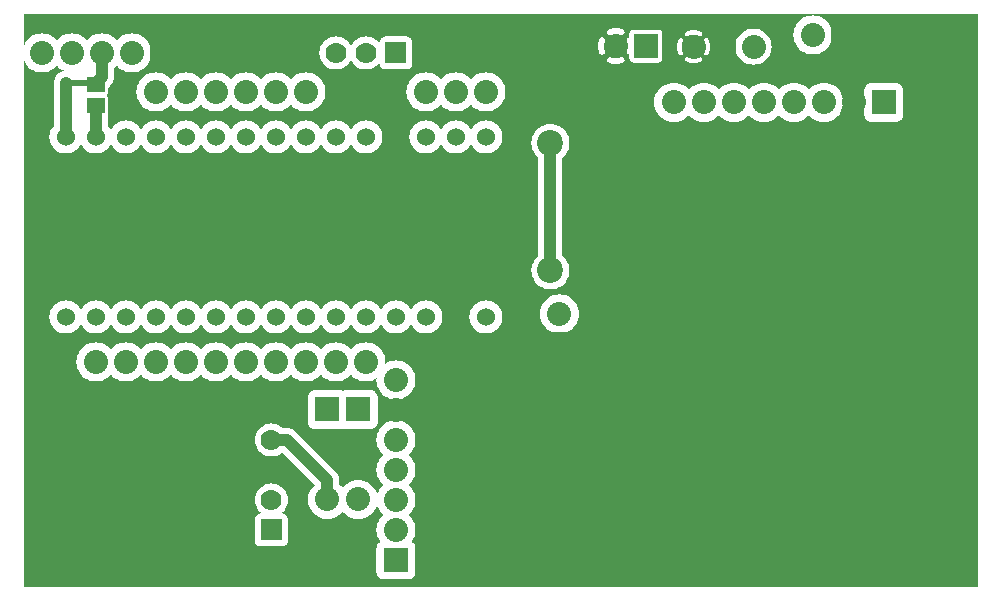
<source format=gbl>
G04 start of page 2 for group 8 layer_idx 1 *
G04 Title: (unknown), bottom_copper *
G04 Creator: pcb-rnd 3.1.0-dev *
G04 CreationDate: 2023-02-07 00:46:00 UTC *
G04 For: esh *
G04 Format: Gerber/RS-274X *
G04 PCB-Dimensions: 322000 195000 *
G04 PCB-Coordinate-Origin: lower left *
%MOIN*%
%FSLAX25Y25*%
%LNBOTTOM_COPPER_NONE_8*%
%ADD38C,0.0394*%
%ADD37C,0.1260*%
%ADD36C,0.0886*%
%ADD35C,0.1220*%
%ADD34C,0.0393*%
%ADD33C,0.0827*%
%ADD32C,0.0394*%
%ADD31C,0.0866*%
%ADD30C,0.1575*%
%ADD29C,0.0600*%
%ADD28C,0.0700*%
%ADD27C,0.0800*%
%ADD26C,0.0200*%
%ADD25C,0.0400*%
%ADD24C,0.0001*%
G54D24*G36*
X320079Y193031D02*Y2087D01*
X288567D01*
Y157043D01*
X292469D01*
X292567Y157036D01*
X292959Y157066D01*
X292959Y157066D01*
X293342Y157158D01*
X293705Y157309D01*
X294041Y157515D01*
X294340Y157770D01*
X294596Y158069D01*
X294801Y158405D01*
X294952Y158768D01*
X295044Y159151D01*
X295075Y159543D01*
X295067Y159641D01*
Y167445D01*
X295075Y167543D01*
X295044Y167935D01*
X295044Y167936D01*
X294952Y168318D01*
X294801Y168682D01*
X294596Y169017D01*
X294340Y169317D01*
X294041Y169572D01*
X293705Y169778D01*
X293342Y169928D01*
X292959Y170020D01*
X292567Y170051D01*
X292469Y170043D01*
X288567D01*
Y193031D01*
X320079D01*
G37*
G36*
X288567D02*Y170043D01*
X284665D01*
X284567Y170051D01*
X284175Y170020D01*
X284175Y170020D01*
X283792Y169928D01*
X283428Y169778D01*
X283093Y169572D01*
X282794Y169317D01*
X282538Y169017D01*
X282333Y168682D01*
X282182Y168318D01*
X282090Y167936D01*
X282059Y167543D01*
X282067Y167445D01*
Y159641D01*
X282059Y159543D01*
X282090Y159151D01*
X282090Y159151D01*
X282182Y158768D01*
X282333Y158405D01*
X282538Y158069D01*
X282794Y157770D01*
X283093Y157515D01*
X283428Y157309D01*
X283792Y157158D01*
X284175Y157066D01*
X284567Y157036D01*
X284665Y157043D01*
X288567D01*
Y2087D01*
X264990D01*
Y158112D01*
X265607Y157734D01*
X266552Y157342D01*
X267547Y157104D01*
X268567Y157023D01*
X269587Y157104D01*
X270582Y157342D01*
X271527Y157734D01*
X272399Y158268D01*
X273177Y158933D01*
X273842Y159711D01*
X274376Y160583D01*
X274768Y161528D01*
X275007Y162523D01*
X275067Y163543D01*
X275007Y164563D01*
X274768Y165558D01*
X274376Y166503D01*
X273842Y167376D01*
X273177Y168154D01*
X272399Y168818D01*
X271527Y169353D01*
X270582Y169744D01*
X269587Y169983D01*
X268567Y170063D01*
X267547Y169983D01*
X266552Y169744D01*
X265607Y169353D01*
X264990Y168975D01*
Y179481D01*
X265000Y179480D01*
X266020Y179560D01*
X267015Y179799D01*
X267960Y180191D01*
X268832Y180725D01*
X269610Y181390D01*
X270275Y182168D01*
X270809Y183040D01*
X271201Y183985D01*
X271440Y184980D01*
X271500Y186000D01*
X271440Y187020D01*
X271201Y188015D01*
X270809Y188960D01*
X270275Y189832D01*
X269610Y190610D01*
X268832Y191275D01*
X267960Y191809D01*
X267015Y192201D01*
X266020Y192440D01*
X265000Y192520D01*
X264990Y192519D01*
Y193031D01*
X288567D01*
G37*
G36*
X245191Y2087D02*Y157989D01*
X245607Y157734D01*
X246552Y157342D01*
X247547Y157104D01*
X248567Y157023D01*
X249587Y157104D01*
X250582Y157342D01*
X251527Y157734D01*
X252399Y158268D01*
X253177Y158933D01*
X253567Y159389D01*
X253957Y158933D01*
X254735Y158268D01*
X255607Y157734D01*
X256552Y157342D01*
X257547Y157104D01*
X258567Y157023D01*
X259587Y157104D01*
X260582Y157342D01*
X261527Y157734D01*
X262399Y158268D01*
X263177Y158933D01*
X263567Y159389D01*
X263957Y158933D01*
X264735Y158268D01*
X264990Y158112D01*
Y2087D01*
X245191D01*
G37*
G36*
X264990Y193031D02*Y192519D01*
X263980Y192440D01*
X262985Y192201D01*
X262040Y191809D01*
X261168Y191275D01*
X260390Y190610D01*
X259725Y189832D01*
X259191Y188960D01*
X258799Y188015D01*
X258560Y187020D01*
X258480Y186000D01*
X258560Y184980D01*
X258799Y183985D01*
X259191Y183040D01*
X259725Y182168D01*
X260390Y181390D01*
X261168Y180725D01*
X262040Y180191D01*
X262985Y179799D01*
X263980Y179560D01*
X264990Y179481D01*
Y168975D01*
X264735Y168818D01*
X263957Y168154D01*
X263567Y167697D01*
X263177Y168154D01*
X262399Y168818D01*
X261527Y169353D01*
X260582Y169744D01*
X259587Y169983D01*
X258567Y170063D01*
X257547Y169983D01*
X256552Y169744D01*
X255607Y169353D01*
X254735Y168818D01*
X253957Y168154D01*
X253567Y167697D01*
X253177Y168154D01*
X252399Y168818D01*
X251527Y169353D01*
X250582Y169744D01*
X249587Y169983D01*
X248567Y170063D01*
X247547Y169983D01*
X246552Y169744D01*
X245607Y169353D01*
X245191Y169098D01*
Y176082D01*
X245200Y176081D01*
X246142Y176156D01*
X247060Y176376D01*
X247932Y176737D01*
X248738Y177231D01*
X249456Y177844D01*
X250069Y178562D01*
X250563Y179368D01*
X250924Y180240D01*
X251144Y181158D01*
X251200Y182100D01*
X251144Y183042D01*
X250924Y183960D01*
X250563Y184832D01*
X250069Y185638D01*
X249456Y186356D01*
X248738Y186969D01*
X247932Y187463D01*
X247060Y187824D01*
X246142Y188044D01*
X245200Y188119D01*
X245191Y188118D01*
Y193031D01*
X264990D01*
G37*
G36*
X229693Y2087D02*Y157129D01*
X230582Y157342D01*
X231527Y157734D01*
X232399Y158268D01*
X233177Y158933D01*
X233567Y159389D01*
X233957Y158933D01*
X234735Y158268D01*
X235607Y157734D01*
X236552Y157342D01*
X237547Y157104D01*
X238567Y157023D01*
X239587Y157104D01*
X240582Y157342D01*
X241527Y157734D01*
X242399Y158268D01*
X243177Y158933D01*
X243567Y159389D01*
X243957Y158933D01*
X244735Y158268D01*
X245191Y157989D01*
Y2087D01*
X229693D01*
G37*
G36*
X245191Y193031D02*Y188118D01*
X244258Y188044D01*
X243340Y187824D01*
X242468Y187463D01*
X241662Y186969D01*
X240944Y186356D01*
X240331Y185638D01*
X239837Y184832D01*
X239476Y183960D01*
X239256Y183042D01*
X239181Y182100D01*
X239256Y181158D01*
X239476Y180240D01*
X239837Y179368D01*
X240331Y178562D01*
X240944Y177844D01*
X241662Y177231D01*
X242468Y176737D01*
X243340Y176376D01*
X244258Y176156D01*
X245191Y176082D01*
Y169098D01*
X244735Y168818D01*
X243957Y168154D01*
X243567Y167697D01*
X243177Y168154D01*
X242399Y168818D01*
X241527Y169353D01*
X240582Y169744D01*
X239587Y169983D01*
X238567Y170063D01*
X237547Y169983D01*
X236552Y169744D01*
X235607Y169353D01*
X234735Y168818D01*
X233957Y168154D01*
X233567Y167697D01*
X233177Y168154D01*
X232399Y168818D01*
X231527Y169353D01*
X230582Y169744D01*
X229693Y169958D01*
Y179245D01*
X229778Y179281D01*
X229879Y179343D01*
X229969Y179419D01*
X230045Y179509D01*
X230105Y179611D01*
X230322Y180080D01*
X230489Y180569D01*
X230609Y181072D01*
X230682Y181584D01*
X230706Y182100D01*
X230682Y182616D01*
X230609Y183128D01*
X230489Y183631D01*
X230322Y184120D01*
X230110Y184592D01*
X230049Y184693D01*
X229972Y184784D01*
X229882Y184861D01*
X229780Y184923D01*
X229693Y184960D01*
Y193031D01*
X245191D01*
G37*
G36*
X225202Y2087D02*Y157982D01*
X225607Y157734D01*
X226552Y157342D01*
X227547Y157104D01*
X228567Y157023D01*
X229587Y157104D01*
X229693Y157129D01*
Y2087D01*
X225202D01*
G37*
G36*
X229693Y193031D02*Y184960D01*
X229671Y184969D01*
X229555Y184997D01*
X229437Y185006D01*
X229319Y184997D01*
X229203Y184970D01*
X229093Y184924D01*
X228992Y184862D01*
X228902Y184786D01*
X228824Y184695D01*
X228762Y184594D01*
X228716Y184485D01*
X228689Y184369D01*
X228679Y184251D01*
X228688Y184132D01*
X228716Y184017D01*
X228763Y183908D01*
X228921Y183568D01*
X229042Y183212D01*
X229130Y182847D01*
X229182Y182475D01*
X229200Y182100D01*
X229182Y181725D01*
X229130Y181353D01*
X229042Y180988D01*
X228921Y180632D01*
X228767Y180290D01*
X228720Y180182D01*
X228693Y180067D01*
X228683Y179949D01*
X228693Y179832D01*
X228721Y179717D01*
X228766Y179608D01*
X228828Y179507D01*
X228905Y179418D01*
X228995Y179341D01*
X229095Y179280D01*
X229204Y179235D01*
X229319Y179207D01*
X229437Y179198D01*
X229555Y179208D01*
X229669Y179235D01*
X229693Y179245D01*
Y169958D01*
X229587Y169983D01*
X228567Y170063D01*
X227547Y169983D01*
X226552Y169744D01*
X225607Y169353D01*
X225202Y169105D01*
Y176594D01*
X225716Y176618D01*
X226228Y176691D01*
X226731Y176811D01*
X227220Y176978D01*
X227692Y177190D01*
X227793Y177251D01*
X227884Y177328D01*
X227961Y177418D01*
X228023Y177520D01*
X228069Y177629D01*
X228097Y177745D01*
X228106Y177863D01*
X228097Y177981D01*
X228070Y178097D01*
X228024Y178207D01*
X227962Y178308D01*
X227886Y178398D01*
X227795Y178476D01*
X227694Y178538D01*
X227585Y178584D01*
X227469Y178611D01*
X227351Y178621D01*
X227232Y178612D01*
X227117Y178584D01*
X227008Y178537D01*
X226668Y178379D01*
X226312Y178258D01*
X225947Y178170D01*
X225575Y178118D01*
X225202Y178100D01*
Y186100D01*
X225575Y186082D01*
X225947Y186030D01*
X226312Y185942D01*
X226668Y185821D01*
X227010Y185667D01*
X227118Y185620D01*
X227233Y185593D01*
X227351Y185583D01*
X227468Y185593D01*
X227583Y185621D01*
X227692Y185666D01*
X227793Y185728D01*
X227882Y185805D01*
X227959Y185895D01*
X228020Y185995D01*
X228065Y186104D01*
X228093Y186219D01*
X228102Y186337D01*
X228092Y186455D01*
X228065Y186569D01*
X228019Y186678D01*
X227957Y186779D01*
X227881Y186869D01*
X227791Y186945D01*
X227689Y187005D01*
X227220Y187222D01*
X226731Y187389D01*
X226228Y187509D01*
X225716Y187582D01*
X225202Y187606D01*
Y193031D01*
X229693D01*
G37*
G36*
X221527Y157734D02*X222399Y158268D01*
X223177Y158933D01*
X223567Y159389D01*
X223957Y158933D01*
X224735Y158268D01*
X225202Y157982D01*
Y2087D01*
X220707D01*
Y157394D01*
X221527Y157734D01*
G37*
G36*
X225202Y193031D02*Y187606D01*
X225200Y187606D01*
X224684Y187582D01*
X224172Y187509D01*
X223669Y187389D01*
X223180Y187222D01*
X222708Y187010D01*
X222607Y186949D01*
X222516Y186872D01*
X222439Y186782D01*
X222377Y186680D01*
X222331Y186571D01*
X222303Y186455D01*
X222294Y186337D01*
X222303Y186219D01*
X222330Y186103D01*
X222376Y185993D01*
X222438Y185892D01*
X222514Y185802D01*
X222605Y185724D01*
X222706Y185662D01*
X222815Y185616D01*
X222931Y185589D01*
X223049Y185579D01*
X223168Y185588D01*
X223283Y185616D01*
X223392Y185663D01*
X223732Y185821D01*
X224088Y185942D01*
X224453Y186030D01*
X224825Y186082D01*
X225200Y186100D01*
X225202Y186100D01*
Y178100D01*
X225200Y178100D01*
X224825Y178118D01*
X224453Y178170D01*
X224088Y178258D01*
X223732Y178379D01*
X223390Y178533D01*
X223282Y178580D01*
X223167Y178607D01*
X223049Y178617D01*
X222932Y178607D01*
X222817Y178579D01*
X222708Y178534D01*
X222607Y178472D01*
X222518Y178395D01*
X222441Y178305D01*
X222380Y178205D01*
X222335Y178096D01*
X222307Y177981D01*
X222298Y177863D01*
X222308Y177745D01*
X222335Y177631D01*
X222381Y177522D01*
X222443Y177421D01*
X222519Y177331D01*
X222609Y177255D01*
X222711Y177195D01*
X223180Y176978D01*
X223669Y176811D01*
X224172Y176691D01*
X224684Y176618D01*
X225200Y176594D01*
X225202Y176594D01*
Y169105D01*
X224735Y168818D01*
X223957Y168154D01*
X223567Y167697D01*
X223177Y168154D01*
X222399Y168818D01*
X221527Y169353D01*
X220707Y169692D01*
Y179240D01*
X220729Y179231D01*
X220845Y179203D01*
X220963Y179194D01*
X221081Y179203D01*
X221197Y179230D01*
X221307Y179276D01*
X221408Y179338D01*
X221498Y179414D01*
X221576Y179505D01*
X221638Y179606D01*
X221684Y179715D01*
X221711Y179831D01*
X221721Y179949D01*
X221712Y180068D01*
X221684Y180183D01*
X221637Y180292D01*
X221479Y180632D01*
X221358Y180988D01*
X221270Y181353D01*
X221218Y181725D01*
X221200Y182100D01*
X221218Y182475D01*
X221270Y182847D01*
X221358Y183212D01*
X221479Y183568D01*
X221633Y183910D01*
X221680Y184018D01*
X221707Y184133D01*
X221717Y184251D01*
X221707Y184368D01*
X221679Y184483D01*
X221634Y184592D01*
X221572Y184693D01*
X221495Y184782D01*
X221405Y184859D01*
X221305Y184920D01*
X221196Y184965D01*
X221081Y184993D01*
X220963Y185002D01*
X220845Y184992D01*
X220731Y184965D01*
X220707Y184955D01*
Y193031D01*
X225202D01*
G37*
G36*
X220707D02*Y184955D01*
X220622Y184919D01*
X220521Y184857D01*
X220431Y184781D01*
X220355Y184691D01*
X220295Y184589D01*
X220078Y184120D01*
X219911Y183631D01*
X219791Y183128D01*
X219718Y182616D01*
X219694Y182100D01*
X219718Y181584D01*
X219791Y181072D01*
X219911Y180569D01*
X220078Y180080D01*
X220290Y179608D01*
X220351Y179507D01*
X220428Y179416D01*
X220518Y179339D01*
X220620Y179277D01*
X220707Y179240D01*
Y169692D01*
X220582Y169744D01*
X219587Y169983D01*
X218567Y170063D01*
X217547Y169983D01*
X216552Y169744D01*
X215607Y169353D01*
X214735Y168818D01*
X213957Y168154D01*
X213292Y167376D01*
X212758Y166503D01*
X212366Y165558D01*
X212127Y164563D01*
X212047Y163543D01*
X212127Y162523D01*
X212366Y161528D01*
X212758Y160583D01*
X213292Y159711D01*
X213957Y158933D01*
X214735Y158268D01*
X215607Y157734D01*
X216552Y157342D01*
X217547Y157104D01*
X218567Y157023D01*
X219587Y157104D01*
X220582Y157342D01*
X220707Y157394D01*
Y2087D01*
X208866D01*
Y176800D01*
X213241D01*
X213300Y176795D01*
X213535Y176814D01*
X213535Y176814D01*
X213765Y176869D01*
X213983Y176959D01*
X214184Y177083D01*
X214364Y177236D01*
X214517Y177416D01*
X214641Y177617D01*
X214731Y177835D01*
X214786Y178065D01*
X214805Y178300D01*
X214800Y178359D01*
Y186241D01*
X214805Y186300D01*
X214786Y186535D01*
X214786Y186535D01*
X214731Y186765D01*
X214641Y186983D01*
X214517Y187184D01*
X214364Y187364D01*
X214184Y187517D01*
X213983Y187641D01*
X213765Y187731D01*
X213535Y187786D01*
X213300Y187805D01*
X213241Y187800D01*
X208866D01*
Y193031D01*
X220707D01*
G37*
G36*
X208866D02*Y187800D01*
X205359D01*
X205300Y187805D01*
X205065Y187786D01*
X205065Y187786D01*
X204835Y187731D01*
X204617Y187641D01*
X204416Y187517D01*
X204236Y187364D01*
X204083Y187184D01*
X203959Y186983D01*
X203869Y186765D01*
X203814Y186535D01*
X203795Y186300D01*
X203800Y186241D01*
Y185176D01*
X203705Y185161D01*
X203554Y185113D01*
X203413Y185043D01*
X203284Y184951D01*
X203172Y184840D01*
X203078Y184712D01*
X203005Y184572D01*
X202955Y184422D01*
X202929Y184266D01*
X202928Y184108D01*
X202952Y183952D01*
X203002Y183802D01*
X203134Y183440D01*
X203226Y183066D01*
X203281Y182685D01*
X203300Y182300D01*
X203281Y181915D01*
X203226Y181534D01*
X203134Y181160D01*
X203007Y180796D01*
X202956Y180647D01*
X202933Y180492D01*
X202934Y180334D01*
X202960Y180179D01*
X203009Y180030D01*
X203082Y179890D01*
X203175Y179763D01*
X203287Y179653D01*
X203415Y179561D01*
X203556Y179491D01*
X203706Y179443D01*
X203800Y179429D01*
Y178359D01*
X203795Y178300D01*
X203814Y178065D01*
X203814Y178065D01*
X203869Y177835D01*
X203959Y177617D01*
X204083Y177416D01*
X204236Y177236D01*
X204416Y177083D01*
X204617Y176959D01*
X204835Y176869D01*
X205065Y176814D01*
X205300Y176795D01*
X205359Y176800D01*
X208866D01*
Y2087D01*
X199302D01*
Y176293D01*
X199878Y176321D01*
X200450Y176404D01*
X201012Y176542D01*
X201558Y176734D01*
X201700Y176804D01*
X201829Y176896D01*
X201941Y177007D01*
X202035Y177134D01*
X202108Y177274D01*
X202158Y177424D01*
X202184Y177580D01*
X202185Y177738D01*
X202161Y177895D01*
X202113Y178046D01*
X202043Y178187D01*
X201951Y178316D01*
X201840Y178428D01*
X201712Y178522D01*
X201572Y178595D01*
X201422Y178645D01*
X201266Y178671D01*
X201108Y178672D01*
X200952Y178648D01*
X200802Y178598D01*
X200440Y178466D01*
X200066Y178374D01*
X199685Y178319D01*
X199302Y178300D01*
Y186300D01*
X199685Y186281D01*
X200066Y186226D01*
X200440Y186134D01*
X200804Y186007D01*
X200953Y185956D01*
X201108Y185933D01*
X201266Y185934D01*
X201421Y185960D01*
X201570Y186009D01*
X201710Y186082D01*
X201837Y186175D01*
X201947Y186287D01*
X202039Y186415D01*
X202109Y186556D01*
X202157Y186706D01*
X202180Y186862D01*
X202179Y187019D01*
X202153Y187175D01*
X202104Y187324D01*
X202031Y187464D01*
X201938Y187590D01*
X201825Y187701D01*
X201697Y187792D01*
X201556Y187860D01*
X201012Y188058D01*
X200450Y188196D01*
X199878Y188279D01*
X199302Y188307D01*
Y193031D01*
X208866D01*
G37*
G36*
X199302D02*Y188307D01*
X199300Y188307D01*
X198722Y188279D01*
X198150Y188196D01*
X197588Y188058D01*
X197042Y187866D01*
X196900Y187796D01*
X196771Y187704D01*
X196659Y187593D01*
X196565Y187466D01*
X196492Y187326D01*
X196442Y187176D01*
X196416Y187020D01*
X196415Y186862D01*
X196439Y186705D01*
X196487Y186554D01*
X196557Y186413D01*
X196649Y186284D01*
X196760Y186172D01*
X196888Y186078D01*
X197028Y186005D01*
X197178Y185955D01*
X197334Y185929D01*
X197492Y185928D01*
X197648Y185952D01*
X197798Y186002D01*
X198160Y186134D01*
X198534Y186226D01*
X198915Y186281D01*
X199300Y186300D01*
X199302Y186300D01*
Y178300D01*
X199300Y178300D01*
X198915Y178319D01*
X198534Y178374D01*
X198160Y178466D01*
X197796Y178593D01*
X197647Y178644D01*
X197492Y178667D01*
X197334Y178666D01*
X197179Y178640D01*
X197030Y178591D01*
X196890Y178518D01*
X196763Y178425D01*
X196653Y178313D01*
X196561Y178185D01*
X196491Y178044D01*
X196443Y177894D01*
X196420Y177738D01*
X196421Y177581D01*
X196447Y177425D01*
X196496Y177276D01*
X196569Y177136D01*
X196662Y177010D01*
X196774Y176899D01*
X196903Y176808D01*
X197044Y176740D01*
X197588Y176542D01*
X198150Y176404D01*
X198722Y176321D01*
X199300Y176293D01*
X199302Y176293D01*
Y2087D01*
X194482D01*
Y179433D01*
X194580Y179416D01*
X194738Y179415D01*
X194895Y179439D01*
X195046Y179487D01*
X195187Y179557D01*
X195316Y179649D01*
X195428Y179760D01*
X195522Y179888D01*
X195595Y180028D01*
X195645Y180178D01*
X195671Y180334D01*
X195672Y180492D01*
X195648Y180648D01*
X195598Y180798D01*
X195466Y181160D01*
X195374Y181534D01*
X195319Y181915D01*
X195300Y182300D01*
X195319Y182685D01*
X195374Y183066D01*
X195466Y183440D01*
X195593Y183804D01*
X195644Y183953D01*
X195667Y184108D01*
X195666Y184266D01*
X195640Y184421D01*
X195591Y184570D01*
X195518Y184710D01*
X195425Y184837D01*
X195313Y184947D01*
X195185Y185039D01*
X195044Y185109D01*
X194894Y185157D01*
X194738Y185180D01*
X194581Y185179D01*
X194482Y185163D01*
Y193031D01*
X199302D01*
G37*
G36*
X194482D02*Y185163D01*
X194425Y185153D01*
X194276Y185104D01*
X194136Y185031D01*
X194010Y184938D01*
X193899Y184826D01*
X193808Y184697D01*
X193740Y184556D01*
X193542Y184012D01*
X193404Y183450D01*
X193321Y182878D01*
X193293Y182300D01*
X193321Y181722D01*
X193404Y181150D01*
X193542Y180588D01*
X193734Y180042D01*
X193804Y179900D01*
X193896Y179771D01*
X194007Y179659D01*
X194134Y179565D01*
X194274Y179492D01*
X194424Y179442D01*
X194482Y179433D01*
Y2087D01*
X180490D01*
Y86481D01*
X180500Y86480D01*
X181520Y86560D01*
X182515Y86799D01*
X183460Y87191D01*
X184332Y87725D01*
X185110Y88390D01*
X185775Y89168D01*
X186309Y90040D01*
X186701Y90985D01*
X186940Y91980D01*
X187000Y93000D01*
X186940Y94020D01*
X186701Y95015D01*
X186309Y95960D01*
X185775Y96832D01*
X185110Y97610D01*
X184332Y98275D01*
X183460Y98809D01*
X182515Y99201D01*
X181520Y99440D01*
X180500Y99520D01*
X180490Y99519D01*
Y101907D01*
X181233Y102363D01*
X181990Y103010D01*
X182637Y103767D01*
X183158Y104617D01*
X183539Y105538D01*
X183772Y106507D01*
X183831Y107500D01*
X183772Y108493D01*
X183539Y109462D01*
X183158Y110383D01*
X182637Y111233D01*
X181990Y111990D01*
X181500Y112409D01*
Y145091D01*
X181990Y145510D01*
X182637Y146267D01*
X183158Y147117D01*
X183539Y148038D01*
X183772Y149007D01*
X183831Y150000D01*
X183772Y150993D01*
X183539Y151962D01*
X183158Y152883D01*
X182637Y153733D01*
X181990Y154490D01*
X181233Y155137D01*
X180490Y155593D01*
Y193031D01*
X194482D01*
G37*
G36*
X180490D02*Y155593D01*
X180383Y155658D01*
X179462Y156039D01*
X178493Y156272D01*
X177500Y156350D01*
X176507Y156272D01*
X175538Y156039D01*
X174617Y155658D01*
X173767Y155137D01*
X173010Y154490D01*
X172363Y153733D01*
X171842Y152883D01*
X171461Y151962D01*
X171228Y150993D01*
X171150Y150000D01*
X171228Y149007D01*
X171461Y148038D01*
X171842Y147117D01*
X172363Y146267D01*
X173010Y145510D01*
X173500Y145091D01*
Y112409D01*
X173010Y111990D01*
X172363Y111233D01*
X171842Y110383D01*
X171461Y109462D01*
X171228Y108493D01*
X171150Y107500D01*
X171228Y106507D01*
X171461Y105538D01*
X171842Y104617D01*
X172363Y103767D01*
X173010Y103010D01*
X173767Y102363D01*
X174617Y101842D01*
X175538Y101461D01*
X176507Y101228D01*
X177500Y101150D01*
X178493Y101228D01*
X179462Y101461D01*
X180383Y101842D01*
X180490Y101907D01*
Y99519D01*
X179480Y99440D01*
X178485Y99201D01*
X177540Y98809D01*
X176668Y98275D01*
X175890Y97610D01*
X175225Y96832D01*
X174691Y95960D01*
X174299Y95015D01*
X174060Y94020D01*
X173980Y93000D01*
X174060Y91980D01*
X174299Y90985D01*
X174691Y90040D01*
X175225Y89168D01*
X175890Y88390D01*
X176668Y87725D01*
X177540Y87191D01*
X178485Y86799D01*
X179480Y86560D01*
X180490Y86481D01*
Y2087D01*
X155992D01*
Y86484D01*
X156000Y86483D01*
X156863Y86551D01*
X157705Y86753D01*
X158505Y87084D01*
X159243Y87537D01*
X159901Y88099D01*
X160463Y88757D01*
X160916Y89495D01*
X161247Y90295D01*
X161449Y91137D01*
X161500Y92000D01*
X161449Y92863D01*
X161247Y93705D01*
X160916Y94505D01*
X160463Y95243D01*
X159901Y95901D01*
X159243Y96463D01*
X158505Y96916D01*
X157705Y97247D01*
X156863Y97449D01*
X156000Y97517D01*
X155992Y97516D01*
Y146484D01*
X156000Y146483D01*
X156863Y146551D01*
X157705Y146753D01*
X158505Y147084D01*
X159243Y147537D01*
X159901Y148099D01*
X160463Y148757D01*
X160916Y149495D01*
X161247Y150295D01*
X161449Y151137D01*
X161500Y152000D01*
X161449Y152863D01*
X161247Y153705D01*
X160916Y154505D01*
X160463Y155243D01*
X159901Y155901D01*
X159243Y156463D01*
X158505Y156916D01*
X157705Y157247D01*
X156863Y157449D01*
X156000Y157517D01*
X155992Y157516D01*
Y160481D01*
X156000Y160480D01*
X157020Y160560D01*
X158015Y160799D01*
X158960Y161191D01*
X159832Y161725D01*
X160610Y162390D01*
X161275Y163168D01*
X161809Y164040D01*
X162201Y164985D01*
X162440Y165980D01*
X162500Y167000D01*
X162440Y168020D01*
X162201Y169015D01*
X161809Y169960D01*
X161275Y170832D01*
X160610Y171610D01*
X159832Y172275D01*
X158960Y172809D01*
X158015Y173201D01*
X157020Y173440D01*
X156000Y173520D01*
X155992Y173519D01*
Y193031D01*
X180490D01*
G37*
G36*
X155137Y157449D02*X154295Y157247D01*
X153495Y156916D01*
X152757Y156463D01*
X152099Y155901D01*
X151537Y155243D01*
X151084Y154505D01*
X151000Y154301D01*
X150916Y154505D01*
X150463Y155243D01*
X149901Y155901D01*
X149243Y156463D01*
X148505Y156916D01*
X147705Y157247D01*
X146863Y157449D01*
X146000Y157517D01*
X145990Y157516D01*
Y160481D01*
X146000Y160480D01*
X147020Y160560D01*
X148015Y160799D01*
X148960Y161191D01*
X149832Y161725D01*
X150610Y162390D01*
X151000Y162846D01*
X151390Y162390D01*
X152168Y161725D01*
X153040Y161191D01*
X153985Y160799D01*
X154980Y160560D01*
X155992Y160481D01*
Y157516D01*
X155137Y157449D01*
G37*
G36*
X145990Y2087D02*Y146484D01*
X146000Y146483D01*
X146863Y146551D01*
X147705Y146753D01*
X148505Y147084D01*
X149243Y147537D01*
X149901Y148099D01*
X150463Y148757D01*
X150916Y149495D01*
X151000Y149699D01*
X151084Y149495D01*
X151537Y148757D01*
X152099Y148099D01*
X152757Y147537D01*
X153495Y147084D01*
X154295Y146753D01*
X155137Y146551D01*
X155992Y146484D01*
Y97516D01*
X155137Y97449D01*
X154295Y97247D01*
X153495Y96916D01*
X152757Y96463D01*
X152099Y95901D01*
X151537Y95243D01*
X151084Y94505D01*
X150753Y93705D01*
X150551Y92863D01*
X150483Y92000D01*
X150551Y91137D01*
X150753Y90295D01*
X151084Y89495D01*
X151537Y88757D01*
X152099Y88099D01*
X152757Y87537D01*
X153495Y87084D01*
X154295Y86753D01*
X155137Y86551D01*
X155992Y86484D01*
Y2087D01*
X145990D01*
G37*
G36*
X155992Y193031D02*Y173519D01*
X154980Y173440D01*
X153985Y173201D01*
X153040Y172809D01*
X152168Y172275D01*
X151390Y171610D01*
X151000Y171154D01*
X150610Y171610D01*
X149832Y172275D01*
X148960Y172809D01*
X148015Y173201D01*
X147020Y173440D01*
X146000Y173520D01*
X145990Y173519D01*
Y193031D01*
X155992D01*
G37*
G36*
X108505Y147084D02*X109243Y147537D01*
X109901Y148099D01*
X110463Y148757D01*
X110916Y149495D01*
X111000Y149699D01*
X111084Y149495D01*
X111537Y148757D01*
X112099Y148099D01*
X112757Y147537D01*
X113495Y147084D01*
X114295Y146753D01*
X115137Y146551D01*
X116000Y146483D01*
X116863Y146551D01*
X117705Y146753D01*
X118505Y147084D01*
X119243Y147537D01*
X119901Y148099D01*
X120463Y148757D01*
X120916Y149495D01*
X121247Y150295D01*
X121449Y151137D01*
X121500Y152000D01*
X121449Y152863D01*
X121247Y153705D01*
X120916Y154505D01*
X120463Y155243D01*
X119901Y155901D01*
X119243Y156463D01*
X118505Y156916D01*
X117705Y157247D01*
X116863Y157449D01*
X116000Y157517D01*
X115137Y157449D01*
X114295Y157247D01*
X113495Y156916D01*
X112757Y156463D01*
X112099Y155901D01*
X111537Y155243D01*
X111084Y154505D01*
X111000Y154301D01*
X110916Y154505D01*
X110463Y155243D01*
X109901Y155901D01*
X109243Y156463D01*
X108505Y156916D01*
X108268Y157014D01*
Y174986D01*
X108505Y175084D01*
X109243Y175537D01*
X109901Y176099D01*
X110463Y176757D01*
X110916Y177495D01*
X111000Y177699D01*
X111084Y177495D01*
X111537Y176757D01*
X112099Y176099D01*
X112757Y175537D01*
X113495Y175084D01*
X114295Y174753D01*
X115137Y174551D01*
X116000Y174483D01*
X116863Y174551D01*
X117705Y174753D01*
X118505Y175084D01*
X119243Y175537D01*
X119901Y176099D01*
X120463Y176757D01*
X120500Y176817D01*
Y176578D01*
X120494Y176500D01*
X120519Y176186D01*
X120519Y176186D01*
X120592Y175880D01*
X120712Y175589D01*
X120877Y175321D01*
X121081Y175081D01*
X121321Y174877D01*
X121589Y174712D01*
X121880Y174592D01*
X122186Y174519D01*
X122500Y174494D01*
X122578Y174500D01*
X129422D01*
X129500Y174494D01*
X129814Y174519D01*
X129814Y174519D01*
X130120Y174592D01*
X130411Y174712D01*
X130679Y174877D01*
X130919Y175081D01*
X131123Y175321D01*
X131288Y175589D01*
X131408Y175880D01*
X131481Y176186D01*
X131506Y176500D01*
X131500Y176578D01*
Y183422D01*
X131506Y183500D01*
X131481Y183814D01*
X131481Y183814D01*
X131408Y184120D01*
X131288Y184411D01*
X131123Y184679D01*
X130919Y184919D01*
X130679Y185123D01*
X130411Y185288D01*
X130120Y185408D01*
X129814Y185481D01*
X129500Y185506D01*
X129422Y185500D01*
X122578D01*
X122500Y185506D01*
X122186Y185481D01*
X122186Y185481D01*
X121880Y185408D01*
X121589Y185288D01*
X121321Y185123D01*
X121081Y184919D01*
X120877Y184679D01*
X120712Y184411D01*
X120592Y184120D01*
X120519Y183814D01*
X120494Y183500D01*
X120500Y183422D01*
Y183183D01*
X120463Y183243D01*
X119901Y183901D01*
X119243Y184463D01*
X118505Y184916D01*
X117705Y185247D01*
X116863Y185449D01*
X116000Y185517D01*
X115137Y185449D01*
X114295Y185247D01*
X113495Y184916D01*
X112757Y184463D01*
X112099Y183901D01*
X111537Y183243D01*
X111084Y182505D01*
X111000Y182301D01*
X110916Y182505D01*
X110463Y183243D01*
X109901Y183901D01*
X109243Y184463D01*
X108505Y184916D01*
X108268Y185014D01*
Y193031D01*
X145990D01*
Y173519D01*
X144980Y173440D01*
X143985Y173201D01*
X143040Y172809D01*
X142168Y172275D01*
X141390Y171610D01*
X141000Y171154D01*
X140610Y171610D01*
X139832Y172275D01*
X138960Y172809D01*
X138015Y173201D01*
X137020Y173440D01*
X136000Y173520D01*
X134980Y173440D01*
X133985Y173201D01*
X133040Y172809D01*
X132168Y172275D01*
X131390Y171610D01*
X130725Y170832D01*
X130191Y169960D01*
X129799Y169015D01*
X129560Y168020D01*
X129480Y167000D01*
X129560Y165980D01*
X129799Y164985D01*
X130191Y164040D01*
X130725Y163168D01*
X131390Y162390D01*
X132168Y161725D01*
X133040Y161191D01*
X133985Y160799D01*
X134980Y160560D01*
X136000Y160480D01*
X137020Y160560D01*
X138015Y160799D01*
X138960Y161191D01*
X139832Y161725D01*
X140610Y162390D01*
X141000Y162846D01*
X141390Y162390D01*
X142168Y161725D01*
X143040Y161191D01*
X143985Y160799D01*
X144980Y160560D01*
X145990Y160481D01*
Y157516D01*
X145137Y157449D01*
X144295Y157247D01*
X143495Y156916D01*
X142757Y156463D01*
X142099Y155901D01*
X141537Y155243D01*
X141084Y154505D01*
X141000Y154301D01*
X140916Y154505D01*
X140463Y155243D01*
X139901Y155901D01*
X139243Y156463D01*
X138505Y156916D01*
X137705Y157247D01*
X136863Y157449D01*
X136000Y157517D01*
X135137Y157449D01*
X134295Y157247D01*
X133495Y156916D01*
X132757Y156463D01*
X132099Y155901D01*
X131537Y155243D01*
X131084Y154505D01*
X130753Y153705D01*
X130551Y152863D01*
X130483Y152000D01*
X130551Y151137D01*
X130753Y150295D01*
X131084Y149495D01*
X131537Y148757D01*
X132099Y148099D01*
X132757Y147537D01*
X133495Y147084D01*
X134295Y146753D01*
X135137Y146551D01*
X136000Y146483D01*
X136863Y146551D01*
X137705Y146753D01*
X138505Y147084D01*
X139243Y147537D01*
X139901Y148099D01*
X140463Y148757D01*
X140916Y149495D01*
X141000Y149699D01*
X141084Y149495D01*
X141537Y148757D01*
X142099Y148099D01*
X142757Y147537D01*
X143495Y147084D01*
X144295Y146753D01*
X145137Y146551D01*
X145990Y146484D01*
Y2087D01*
X108268D01*
Y27126D01*
X108775Y26531D01*
X109553Y25867D01*
X110426Y25332D01*
X111371Y24941D01*
X112366Y24702D01*
X113386Y24622D01*
X114406Y24702D01*
X115401Y24941D01*
X116346Y25332D01*
X117218Y25867D01*
X117996Y26531D01*
X118661Y27309D01*
X119195Y28182D01*
X119587Y29127D01*
X119676Y29498D01*
X119799Y28985D01*
X120191Y28040D01*
X120725Y27168D01*
X121390Y26390D01*
X121846Y26000D01*
X121390Y25610D01*
X120725Y24832D01*
X120191Y23960D01*
X119799Y23015D01*
X119560Y22020D01*
X119480Y21000D01*
X119560Y19980D01*
X119799Y18985D01*
X120191Y18040D01*
X120725Y17168D01*
X120735Y17157D01*
X120526Y17029D01*
X120227Y16773D01*
X119971Y16474D01*
X119766Y16138D01*
X119615Y15775D01*
X119523Y15392D01*
X119492Y15000D01*
X119500Y14902D01*
Y7098D01*
X119492Y7000D01*
X119523Y6608D01*
X119523Y6608D01*
X119615Y6225D01*
X119766Y5862D01*
X119971Y5526D01*
X120227Y5227D01*
X120526Y4971D01*
X120862Y4766D01*
X121225Y4615D01*
X121608Y4523D01*
X122000Y4492D01*
X122098Y4500D01*
X129902D01*
X130000Y4492D01*
X130392Y4523D01*
X130392Y4523D01*
X130775Y4615D01*
X131138Y4766D01*
X131474Y4971D01*
X131773Y5227D01*
X132029Y5526D01*
X132234Y5862D01*
X132385Y6225D01*
X132477Y6608D01*
X132508Y7000D01*
X132500Y7098D01*
Y14902D01*
X132508Y15000D01*
X132477Y15392D01*
X132477Y15392D01*
X132385Y15775D01*
X132234Y16138D01*
X132029Y16474D01*
X131773Y16773D01*
X131474Y17029D01*
X131265Y17157D01*
X131275Y17168D01*
X131809Y18040D01*
X132201Y18985D01*
X132440Y19980D01*
X132500Y21000D01*
X132440Y22020D01*
X132201Y23015D01*
X131809Y23960D01*
X131275Y24832D01*
X130610Y25610D01*
X130154Y26000D01*
X130610Y26390D01*
X131275Y27168D01*
X131809Y28040D01*
X132201Y28985D01*
X132440Y29980D01*
X132500Y31000D01*
X132440Y32020D01*
X132201Y33015D01*
X131809Y33960D01*
X131275Y34832D01*
X130610Y35610D01*
X130154Y36000D01*
X130610Y36390D01*
X131275Y37168D01*
X131809Y38040D01*
X132201Y38985D01*
X132440Y39980D01*
X132500Y41000D01*
X132440Y42020D01*
X132201Y43015D01*
X131809Y43960D01*
X131275Y44832D01*
X130610Y45610D01*
X130154Y46000D01*
X130610Y46390D01*
X131275Y47168D01*
X131809Y48040D01*
X132201Y48985D01*
X132440Y49980D01*
X132500Y51000D01*
X132440Y52020D01*
X132201Y53015D01*
X131809Y53960D01*
X131275Y54832D01*
X130610Y55610D01*
X129832Y56275D01*
X128960Y56809D01*
X128015Y57201D01*
X127020Y57440D01*
X126000Y57520D01*
X124980Y57440D01*
X123985Y57201D01*
X123040Y56809D01*
X122168Y56275D01*
X121390Y55610D01*
X120725Y54832D01*
X120191Y53960D01*
X119799Y53015D01*
X119560Y52020D01*
X119480Y51000D01*
X119560Y49980D01*
X119799Y48985D01*
X120191Y48040D01*
X120725Y47168D01*
X121390Y46390D01*
X121846Y46000D01*
X121390Y45610D01*
X120725Y44832D01*
X120191Y43960D01*
X119799Y43015D01*
X119560Y42020D01*
X119480Y41000D01*
X119560Y39980D01*
X119799Y38985D01*
X120191Y38040D01*
X120725Y37168D01*
X121390Y36390D01*
X121846Y36000D01*
X121390Y35610D01*
X120725Y34832D01*
X120191Y33960D01*
X119799Y33015D01*
X119710Y32644D01*
X119587Y33157D01*
X119195Y34102D01*
X118661Y34974D01*
X117996Y35752D01*
X117218Y36417D01*
X116346Y36951D01*
X115401Y37343D01*
X114406Y37582D01*
X113386Y37662D01*
X112366Y37582D01*
X111371Y37343D01*
X110426Y36951D01*
X109553Y36417D01*
X108775Y35752D01*
X108268Y35158D01*
Y54899D01*
X108611Y54757D01*
X108994Y54665D01*
X109386Y54634D01*
X109484Y54642D01*
X117288D01*
X117386Y54634D01*
X117778Y54665D01*
X117778Y54665D01*
X118161Y54757D01*
X118524Y54907D01*
X118860Y55113D01*
X119159Y55369D01*
X119415Y55668D01*
X119620Y56003D01*
X119771Y56367D01*
X119863Y56749D01*
X119894Y57142D01*
X119886Y57240D01*
Y65044D01*
X119894Y65142D01*
X119863Y65534D01*
X119863Y65534D01*
X119771Y65917D01*
X119620Y66280D01*
X119415Y66616D01*
X119159Y66915D01*
X118860Y67171D01*
X118524Y67376D01*
X118161Y67527D01*
X117778Y67619D01*
X117386Y67649D01*
X117288Y67642D01*
X109484D01*
X109386Y67649D01*
X108994Y67619D01*
X108994Y67619D01*
X108611Y67527D01*
X108268Y67385D01*
Y70904D01*
X108960Y71191D01*
X109832Y71725D01*
X110610Y72390D01*
X111000Y72846D01*
X111390Y72390D01*
X112168Y71725D01*
X113040Y71191D01*
X113985Y70799D01*
X114980Y70560D01*
X116000Y70480D01*
X117020Y70560D01*
X118015Y70799D01*
X118960Y71191D01*
X119522Y71535D01*
X119480Y71000D01*
X119560Y69980D01*
X119799Y68985D01*
X120191Y68040D01*
X120725Y67168D01*
X121390Y66390D01*
X122168Y65725D01*
X123040Y65191D01*
X123985Y64799D01*
X124980Y64560D01*
X126000Y64480D01*
X127020Y64560D01*
X128015Y64799D01*
X128960Y65191D01*
X129832Y65725D01*
X130610Y66390D01*
X131275Y67168D01*
X131809Y68040D01*
X132201Y68985D01*
X132440Y69980D01*
X132500Y71000D01*
X132440Y72020D01*
X132201Y73015D01*
X131809Y73960D01*
X131275Y74832D01*
X130610Y75610D01*
X129832Y76275D01*
X128960Y76809D01*
X128015Y77201D01*
X127020Y77440D01*
X126000Y77520D01*
X124980Y77440D01*
X123985Y77201D01*
X123040Y76809D01*
X122468Y76459D01*
X122500Y77000D01*
X122440Y78020D01*
X122201Y79015D01*
X121809Y79960D01*
X121275Y80832D01*
X120610Y81610D01*
X119832Y82275D01*
X118960Y82809D01*
X118015Y83201D01*
X117020Y83440D01*
X116000Y83520D01*
X114980Y83440D01*
X113985Y83201D01*
X113040Y82809D01*
X112168Y82275D01*
X111390Y81610D01*
X111000Y81154D01*
X110610Y81610D01*
X109832Y82275D01*
X108960Y82809D01*
X108268Y83096D01*
Y86986D01*
X108505Y87084D01*
X109243Y87537D01*
X109901Y88099D01*
X110463Y88757D01*
X110916Y89495D01*
X111000Y89699D01*
X111084Y89495D01*
X111537Y88757D01*
X112099Y88099D01*
X112757Y87537D01*
X113495Y87084D01*
X114295Y86753D01*
X115137Y86551D01*
X116000Y86483D01*
X116863Y86551D01*
X117705Y86753D01*
X118505Y87084D01*
X119243Y87537D01*
X119901Y88099D01*
X120463Y88757D01*
X120916Y89495D01*
X121000Y89699D01*
X121084Y89495D01*
X121537Y88757D01*
X122099Y88099D01*
X122757Y87537D01*
X123495Y87084D01*
X124295Y86753D01*
X125137Y86551D01*
X126000Y86483D01*
X126863Y86551D01*
X127705Y86753D01*
X128505Y87084D01*
X129243Y87537D01*
X129901Y88099D01*
X130463Y88757D01*
X130916Y89495D01*
X131000Y89699D01*
X131084Y89495D01*
X131537Y88757D01*
X132099Y88099D01*
X132757Y87537D01*
X133495Y87084D01*
X134295Y86753D01*
X135137Y86551D01*
X136000Y86483D01*
X136863Y86551D01*
X137705Y86753D01*
X138505Y87084D01*
X139243Y87537D01*
X139901Y88099D01*
X140463Y88757D01*
X140916Y89495D01*
X141247Y90295D01*
X141449Y91137D01*
X141500Y92000D01*
X141449Y92863D01*
X141247Y93705D01*
X140916Y94505D01*
X140463Y95243D01*
X139901Y95901D01*
X139243Y96463D01*
X138505Y96916D01*
X137705Y97247D01*
X136863Y97449D01*
X136000Y97517D01*
X135137Y97449D01*
X134295Y97247D01*
X133495Y96916D01*
X132757Y96463D01*
X132099Y95901D01*
X131537Y95243D01*
X131084Y94505D01*
X131000Y94301D01*
X130916Y94505D01*
X130463Y95243D01*
X129901Y95901D01*
X129243Y96463D01*
X128505Y96916D01*
X127705Y97247D01*
X126863Y97449D01*
X126000Y97517D01*
X125137Y97449D01*
X124295Y97247D01*
X123495Y96916D01*
X122757Y96463D01*
X122099Y95901D01*
X121537Y95243D01*
X121084Y94505D01*
X121000Y94301D01*
X120916Y94505D01*
X120463Y95243D01*
X119901Y95901D01*
X119243Y96463D01*
X118505Y96916D01*
X117705Y97247D01*
X116863Y97449D01*
X116000Y97517D01*
X115137Y97449D01*
X114295Y97247D01*
X113495Y96916D01*
X112757Y96463D01*
X112099Y95901D01*
X111537Y95243D01*
X111084Y94505D01*
X111000Y94301D01*
X110916Y94505D01*
X110463Y95243D01*
X109901Y95901D01*
X109243Y96463D01*
X108505Y96916D01*
X108268Y97014D01*
Y146986D01*
X108505Y147084D01*
G37*
G36*
X108015Y83201D02*X107020Y83440D01*
X106000Y83520D01*
X104980Y83440D01*
X103985Y83201D01*
X103040Y82809D01*
X102168Y82275D01*
X101390Y81610D01*
X101000Y81154D01*
X100610Y81610D01*
X99832Y82275D01*
X98960Y82809D01*
X98015Y83201D01*
X97020Y83440D01*
X96000Y83520D01*
X94980Y83440D01*
X93985Y83201D01*
X93040Y82809D01*
X92168Y82275D01*
X91390Y81610D01*
X91000Y81154D01*
X90610Y81610D01*
X89832Y82275D01*
X88960Y82809D01*
X88015Y83201D01*
X87020Y83440D01*
X86000Y83520D01*
X84980Y83440D01*
X83985Y83201D01*
X83040Y82809D01*
X82168Y82275D01*
X81390Y81610D01*
X81000Y81154D01*
X80610Y81610D01*
X79832Y82275D01*
X78960Y82809D01*
X78015Y83201D01*
X77020Y83440D01*
X76000Y83520D01*
X75992Y83519D01*
Y86484D01*
X76000Y86483D01*
X76863Y86551D01*
X77705Y86753D01*
X78505Y87084D01*
X79243Y87537D01*
X79901Y88099D01*
X80463Y88757D01*
X80916Y89495D01*
X81000Y89699D01*
X81084Y89495D01*
X81537Y88757D01*
X82099Y88099D01*
X82757Y87537D01*
X83495Y87084D01*
X84295Y86753D01*
X85137Y86551D01*
X86000Y86483D01*
X86863Y86551D01*
X87705Y86753D01*
X88505Y87084D01*
X89243Y87537D01*
X89901Y88099D01*
X90463Y88757D01*
X90916Y89495D01*
X91000Y89699D01*
X91084Y89495D01*
X91537Y88757D01*
X92099Y88099D01*
X92757Y87537D01*
X93495Y87084D01*
X94295Y86753D01*
X95137Y86551D01*
X96000Y86483D01*
X96863Y86551D01*
X97705Y86753D01*
X98505Y87084D01*
X99243Y87537D01*
X99901Y88099D01*
X100463Y88757D01*
X100916Y89495D01*
X101000Y89699D01*
X101084Y89495D01*
X101537Y88757D01*
X102099Y88099D01*
X102757Y87537D01*
X103495Y87084D01*
X104295Y86753D01*
X105137Y86551D01*
X106000Y86483D01*
X106863Y86551D01*
X107705Y86753D01*
X108268Y86986D01*
Y83096D01*
X108015Y83201D01*
G37*
G36*
X84980Y70560D02*X86000Y70480D01*
X87020Y70560D01*
X88015Y70799D01*
X88960Y71191D01*
X89832Y71725D01*
X90610Y72390D01*
X91000Y72846D01*
X91390Y72390D01*
X92168Y71725D01*
X93040Y71191D01*
X93985Y70799D01*
X94980Y70560D01*
X96000Y70480D01*
X97020Y70560D01*
X98015Y70799D01*
X98960Y71191D01*
X99832Y71725D01*
X100610Y72390D01*
X101000Y72846D01*
X101390Y72390D01*
X102168Y71725D01*
X103040Y71191D01*
X103985Y70799D01*
X104980Y70560D01*
X106000Y70480D01*
X107020Y70560D01*
X108015Y70799D01*
X108268Y70904D01*
Y67385D01*
X107925Y67527D01*
X107542Y67619D01*
X107150Y67649D01*
X107052Y67642D01*
X99248D01*
X99150Y67649D01*
X98758Y67619D01*
X98757Y67619D01*
X98375Y67527D01*
X98011Y67376D01*
X97676Y67171D01*
X97376Y66915D01*
X97121Y66616D01*
X96915Y66280D01*
X96765Y65917D01*
X96673Y65534D01*
X96642Y65142D01*
X96650Y65044D01*
Y57240D01*
X96642Y57142D01*
X96673Y56750D01*
X96673Y56749D01*
X96765Y56367D01*
X96915Y56003D01*
X97121Y55668D01*
X97376Y55369D01*
X97676Y55113D01*
X98011Y54907D01*
X98375Y54757D01*
X98757Y54665D01*
X99150Y54634D01*
X99248Y54642D01*
X107052D01*
X107150Y54634D01*
X107542Y54665D01*
X107542Y54665D01*
X107925Y54757D01*
X108268Y54899D01*
Y35158D01*
X107760Y35752D01*
X107150Y36273D01*
Y37363D01*
X107162Y37520D01*
X107113Y38147D01*
X106966Y38760D01*
X106725Y39341D01*
X106396Y39878D01*
X105987Y40357D01*
X105867Y40459D01*
X92703Y53623D01*
X92601Y53743D01*
X92122Y54152D01*
X91585Y54481D01*
X91004Y54721D01*
X90391Y54868D01*
X89764Y54918D01*
X89607Y54906D01*
X88353D01*
X87699Y55463D01*
X86961Y55916D01*
X86162Y56247D01*
X85320Y56449D01*
X84457Y56517D01*
X84451Y56517D01*
Y70687D01*
X84980Y70560D01*
G37*
G36*
X84451Y2087D02*Y15500D01*
X87878D01*
X87957Y15494D01*
X88270Y15519D01*
X88271Y15519D01*
X88577Y15592D01*
X88867Y15712D01*
X89136Y15877D01*
X89375Y16081D01*
X89580Y16321D01*
X89744Y16589D01*
X89865Y16880D01*
X89938Y17186D01*
X89963Y17500D01*
X89957Y17578D01*
Y24422D01*
X89963Y24500D01*
X89938Y24814D01*
X89938Y24814D01*
X89865Y25120D01*
X89744Y25411D01*
X89580Y25679D01*
X89375Y25919D01*
X89136Y26123D01*
X88867Y26288D01*
X88577Y26408D01*
X88271Y26481D01*
X87957Y26506D01*
X87878Y26500D01*
X87640D01*
X87699Y26537D01*
X88358Y27099D01*
X88920Y27757D01*
X89372Y28495D01*
X89704Y29295D01*
X89906Y30137D01*
X89957Y31000D01*
X89906Y31863D01*
X89704Y32705D01*
X89372Y33505D01*
X88920Y34243D01*
X88358Y34901D01*
X87699Y35463D01*
X86961Y35916D01*
X86162Y36247D01*
X85320Y36449D01*
X84457Y36517D01*
X84451Y36517D01*
Y45483D01*
X84457Y45483D01*
X85320Y45551D01*
X86162Y45753D01*
X86961Y46084D01*
X87699Y46537D01*
X88118Y46894D01*
X98928Y36084D01*
X98539Y35752D01*
X97875Y34974D01*
X97340Y34102D01*
X96949Y33157D01*
X96710Y32162D01*
X96630Y31142D01*
X96710Y30122D01*
X96949Y29127D01*
X97340Y28182D01*
X97875Y27309D01*
X98539Y26531D01*
X99317Y25867D01*
X100190Y25332D01*
X101135Y24941D01*
X102130Y24702D01*
X103150Y24622D01*
X104170Y24702D01*
X105164Y24941D01*
X106110Y25332D01*
X106982Y25867D01*
X107760Y26531D01*
X108268Y27126D01*
Y2087D01*
X84451D01*
G37*
G36*
X75992D02*Y70481D01*
X76000Y70480D01*
X77020Y70560D01*
X78015Y70799D01*
X78960Y71191D01*
X79832Y71725D01*
X80610Y72390D01*
X81000Y72846D01*
X81390Y72390D01*
X82168Y71725D01*
X83040Y71191D01*
X83985Y70799D01*
X84451Y70687D01*
Y56517D01*
X83594Y56449D01*
X82752Y56247D01*
X81952Y55916D01*
X81214Y55463D01*
X80556Y54901D01*
X79993Y54243D01*
X79541Y53505D01*
X79210Y52705D01*
X79008Y51863D01*
X78940Y51000D01*
X79008Y50137D01*
X79210Y49295D01*
X79541Y48495D01*
X79993Y47757D01*
X80556Y47099D01*
X81214Y46537D01*
X81952Y46084D01*
X82752Y45753D01*
X83594Y45551D01*
X84451Y45483D01*
Y36517D01*
X83594Y36449D01*
X82752Y36247D01*
X81952Y35916D01*
X81214Y35463D01*
X80556Y34901D01*
X79993Y34243D01*
X79541Y33505D01*
X79210Y32705D01*
X79008Y31863D01*
X78940Y31000D01*
X79008Y30137D01*
X79210Y29295D01*
X79541Y28495D01*
X79993Y27757D01*
X80556Y27099D01*
X81214Y26537D01*
X81274Y26500D01*
X81035D01*
X80957Y26506D01*
X80643Y26481D01*
X80643Y26481D01*
X80337Y26408D01*
X80046Y26288D01*
X79777Y26123D01*
X79538Y25919D01*
X79334Y25679D01*
X79169Y25411D01*
X79049Y25120D01*
X78975Y24814D01*
X78951Y24500D01*
X78957Y24422D01*
Y17578D01*
X78951Y17500D01*
X78975Y17186D01*
X78975Y17186D01*
X79049Y16880D01*
X79169Y16589D01*
X79334Y16321D01*
X79538Y16081D01*
X79777Y15877D01*
X80046Y15712D01*
X80337Y15592D01*
X80643Y15519D01*
X80957Y15494D01*
X81035Y15500D01*
X84451D01*
Y2087D01*
X75992D01*
G37*
G36*
X107705Y157247D02*X106863Y157449D01*
X106000Y157517D01*
X105137Y157449D01*
X104295Y157247D01*
X103495Y156916D01*
X102757Y156463D01*
X102099Y155901D01*
X101537Y155243D01*
X101084Y154505D01*
X101000Y154301D01*
X100916Y154505D01*
X100463Y155243D01*
X99901Y155901D01*
X99243Y156463D01*
X98505Y156916D01*
X97705Y157247D01*
X96863Y157449D01*
X96000Y157517D01*
X95137Y157449D01*
X94295Y157247D01*
X93495Y156916D01*
X92757Y156463D01*
X92099Y155901D01*
X91537Y155243D01*
X91084Y154505D01*
X91000Y154301D01*
X90916Y154505D01*
X90463Y155243D01*
X89901Y155901D01*
X89243Y156463D01*
X88505Y156916D01*
X87705Y157247D01*
X86863Y157449D01*
X86000Y157517D01*
X85137Y157449D01*
X84295Y157247D01*
X83495Y156916D01*
X82757Y156463D01*
X82099Y155901D01*
X81537Y155243D01*
X81084Y154505D01*
X81000Y154301D01*
X80916Y154505D01*
X80463Y155243D01*
X79901Y155901D01*
X79243Y156463D01*
X78505Y156916D01*
X77705Y157247D01*
X76863Y157449D01*
X76000Y157517D01*
X75992Y157516D01*
Y160481D01*
X76000Y160480D01*
X77020Y160560D01*
X78015Y160799D01*
X78960Y161191D01*
X79832Y161725D01*
X80610Y162390D01*
X81000Y162846D01*
X81390Y162390D01*
X82168Y161725D01*
X83040Y161191D01*
X83985Y160799D01*
X84980Y160560D01*
X86000Y160480D01*
X87020Y160560D01*
X88015Y160799D01*
X88960Y161191D01*
X89832Y161725D01*
X90610Y162390D01*
X91000Y162846D01*
X91390Y162390D01*
X92168Y161725D01*
X93040Y161191D01*
X93985Y160799D01*
X94980Y160560D01*
X96000Y160480D01*
X97020Y160560D01*
X98015Y160799D01*
X98960Y161191D01*
X99832Y161725D01*
X100610Y162390D01*
X101275Y163168D01*
X101809Y164040D01*
X102201Y164985D01*
X102440Y165980D01*
X102500Y167000D01*
X102440Y168020D01*
X102201Y169015D01*
X101809Y169960D01*
X101275Y170832D01*
X100610Y171610D01*
X99832Y172275D01*
X98960Y172809D01*
X98015Y173201D01*
X97020Y173440D01*
X96000Y173520D01*
X94980Y173440D01*
X93985Y173201D01*
X93040Y172809D01*
X92168Y172275D01*
X91390Y171610D01*
X91000Y171154D01*
X90610Y171610D01*
X89832Y172275D01*
X88960Y172809D01*
X88015Y173201D01*
X87020Y173440D01*
X86000Y173520D01*
X84980Y173440D01*
X83985Y173201D01*
X83040Y172809D01*
X82168Y172275D01*
X81390Y171610D01*
X81000Y171154D01*
X80610Y171610D01*
X79832Y172275D01*
X78960Y172809D01*
X78015Y173201D01*
X77020Y173440D01*
X76000Y173520D01*
X75992Y173519D01*
Y193031D01*
X108268D01*
Y185014D01*
X107705Y185247D01*
X106863Y185449D01*
X106000Y185517D01*
X105137Y185449D01*
X104295Y185247D01*
X103495Y184916D01*
X102757Y184463D01*
X102099Y183901D01*
X101537Y183243D01*
X101084Y182505D01*
X100753Y181705D01*
X100551Y180863D01*
X100483Y180000D01*
X100551Y179137D01*
X100753Y178295D01*
X101084Y177495D01*
X101537Y176757D01*
X102099Y176099D01*
X102757Y175537D01*
X103495Y175084D01*
X104295Y174753D01*
X105137Y174551D01*
X106000Y174483D01*
X106863Y174551D01*
X107705Y174753D01*
X108268Y174986D01*
Y157014D01*
X107705Y157247D01*
G37*
G36*
X76000Y146483D02*X76863Y146551D01*
X77705Y146753D01*
X78505Y147084D01*
X79243Y147537D01*
X79901Y148099D01*
X80463Y148757D01*
X80916Y149495D01*
X81000Y149699D01*
X81084Y149495D01*
X81537Y148757D01*
X82099Y148099D01*
X82757Y147537D01*
X83495Y147084D01*
X84295Y146753D01*
X85137Y146551D01*
X86000Y146483D01*
X86863Y146551D01*
X87705Y146753D01*
X88505Y147084D01*
X89243Y147537D01*
X89901Y148099D01*
X90463Y148757D01*
X90916Y149495D01*
X91000Y149699D01*
X91084Y149495D01*
X91537Y148757D01*
X92099Y148099D01*
X92757Y147537D01*
X93495Y147084D01*
X94295Y146753D01*
X95137Y146551D01*
X96000Y146483D01*
X96863Y146551D01*
X97705Y146753D01*
X98505Y147084D01*
X99243Y147537D01*
X99901Y148099D01*
X100463Y148757D01*
X100916Y149495D01*
X101000Y149699D01*
X101084Y149495D01*
X101537Y148757D01*
X102099Y148099D01*
X102757Y147537D01*
X103495Y147084D01*
X104295Y146753D01*
X105137Y146551D01*
X106000Y146483D01*
X106863Y146551D01*
X107705Y146753D01*
X108268Y146986D01*
Y97014D01*
X107705Y97247D01*
X106863Y97449D01*
X106000Y97517D01*
X105137Y97449D01*
X104295Y97247D01*
X103495Y96916D01*
X102757Y96463D01*
X102099Y95901D01*
X101537Y95243D01*
X101084Y94505D01*
X101000Y94301D01*
X100916Y94505D01*
X100463Y95243D01*
X99901Y95901D01*
X99243Y96463D01*
X98505Y96916D01*
X97705Y97247D01*
X96863Y97449D01*
X96000Y97517D01*
X95137Y97449D01*
X94295Y97247D01*
X93495Y96916D01*
X92757Y96463D01*
X92099Y95901D01*
X91537Y95243D01*
X91084Y94505D01*
X91000Y94301D01*
X90916Y94505D01*
X90463Y95243D01*
X89901Y95901D01*
X89243Y96463D01*
X88505Y96916D01*
X87705Y97247D01*
X86863Y97449D01*
X86000Y97517D01*
X85137Y97449D01*
X84295Y97247D01*
X83495Y96916D01*
X82757Y96463D01*
X82099Y95901D01*
X81537Y95243D01*
X81084Y94505D01*
X81000Y94301D01*
X80916Y94505D01*
X80463Y95243D01*
X79901Y95901D01*
X79243Y96463D01*
X78505Y96916D01*
X77705Y97247D01*
X76863Y97449D01*
X76000Y97517D01*
X75992Y97516D01*
Y146484D01*
X76000Y146483D01*
G37*
G36*
X75137Y157449D02*X74295Y157247D01*
X73495Y156916D01*
X72757Y156463D01*
X72099Y155901D01*
X71537Y155243D01*
X71084Y154505D01*
X71000Y154301D01*
X70916Y154505D01*
X70463Y155243D01*
X69901Y155901D01*
X69243Y156463D01*
X68505Y156916D01*
X67705Y157247D01*
X66863Y157449D01*
X66000Y157517D01*
X65137Y157449D01*
X64295Y157247D01*
X63495Y156916D01*
X62757Y156463D01*
X62099Y155901D01*
X61537Y155243D01*
X61084Y154505D01*
X61000Y154301D01*
X60916Y154505D01*
X60463Y155243D01*
X59901Y155901D01*
X59243Y156463D01*
X58505Y156916D01*
X57705Y157247D01*
X56863Y157449D01*
X56000Y157517D01*
X55137Y157449D01*
X54295Y157247D01*
X53495Y156916D01*
X52757Y156463D01*
X52099Y155901D01*
X51537Y155243D01*
X51084Y154505D01*
X51000Y154301D01*
X50916Y154505D01*
X50463Y155243D01*
X49901Y155901D01*
X49243Y156463D01*
X48505Y156916D01*
X47705Y157247D01*
X46863Y157449D01*
X46000Y157517D01*
X45137Y157449D01*
X44295Y157247D01*
X43495Y156916D01*
X42757Y156463D01*
X42099Y155901D01*
X41537Y155243D01*
X41084Y154505D01*
X41000Y154301D01*
X40916Y154505D01*
X40463Y155243D01*
X39901Y155901D01*
X39243Y156463D01*
X38505Y156916D01*
X37705Y157247D01*
X36863Y157449D01*
X36000Y157517D01*
X35137Y157449D01*
X34295Y157247D01*
X33495Y156916D01*
X32757Y156463D01*
X32099Y155901D01*
X31537Y155243D01*
X31084Y154505D01*
X31000Y154301D01*
X30916Y154505D01*
X30463Y155243D01*
X30000Y155785D01*
Y162000D01*
X29963Y162628D01*
X29952Y162673D01*
Y164977D01*
X29955Y165016D01*
X29943Y165173D01*
X29943Y165173D01*
X29906Y165326D01*
X29846Y165471D01*
X29764Y165606D01*
X29661Y165725D01*
X29542Y165828D01*
X29407Y165910D01*
X29262Y165970D01*
X29137Y166000D01*
X29262Y166030D01*
X29407Y166090D01*
X29542Y166172D01*
X29661Y166275D01*
X29764Y166394D01*
X29846Y166529D01*
X29906Y166674D01*
X29943Y166827D01*
X29955Y166984D01*
X29952Y167023D01*
Y168295D01*
X30718Y169061D01*
X30837Y169163D01*
X31246Y169641D01*
X31246Y169642D01*
X31575Y170178D01*
X31816Y170760D01*
X31963Y171372D01*
X32012Y172000D01*
X32000Y172157D01*
Y174868D01*
X32610Y175390D01*
X33000Y175846D01*
X33390Y175390D01*
X34168Y174725D01*
X35040Y174191D01*
X35985Y173799D01*
X36980Y173560D01*
X38000Y173480D01*
X39020Y173560D01*
X40015Y173799D01*
X40960Y174191D01*
X41832Y174725D01*
X42610Y175390D01*
X43275Y176168D01*
X43809Y177040D01*
X44201Y177985D01*
X44440Y178980D01*
X44500Y180000D01*
X44440Y181020D01*
X44201Y182015D01*
X43809Y182960D01*
X43275Y183832D01*
X42610Y184610D01*
X41832Y185275D01*
X40960Y185809D01*
X40015Y186201D01*
X39020Y186440D01*
X38000Y186520D01*
X36980Y186440D01*
X35985Y186201D01*
X35040Y185809D01*
X34168Y185275D01*
X33390Y184610D01*
X33000Y184154D01*
X32610Y184610D01*
X31832Y185275D01*
X30960Y185809D01*
X30015Y186201D01*
X29020Y186440D01*
X28000Y186520D01*
X26980Y186440D01*
X25985Y186201D01*
X25040Y185809D01*
X24168Y185275D01*
X23390Y184610D01*
X23000Y184154D01*
X22610Y184610D01*
X21832Y185275D01*
X20960Y185809D01*
X20015Y186201D01*
X19020Y186440D01*
X18000Y186520D01*
X16980Y186440D01*
X15985Y186201D01*
X15040Y185809D01*
X14168Y185275D01*
X13390Y184610D01*
X13000Y184154D01*
X12610Y184610D01*
X11832Y185275D01*
X10960Y185809D01*
X10015Y186201D01*
X9020Y186440D01*
X8000Y186520D01*
X6980Y186440D01*
X5985Y186201D01*
X5040Y185809D01*
X4168Y185275D01*
X3390Y184610D01*
X2725Y183832D01*
X2191Y182960D01*
X1969Y182424D01*
Y193031D01*
X75992D01*
Y173519D01*
X74980Y173440D01*
X73985Y173201D01*
X73040Y172809D01*
X72168Y172275D01*
X71390Y171610D01*
X71000Y171154D01*
X70610Y171610D01*
X69832Y172275D01*
X68960Y172809D01*
X68015Y173201D01*
X67020Y173440D01*
X66000Y173520D01*
X64980Y173440D01*
X63985Y173201D01*
X63040Y172809D01*
X62168Y172275D01*
X61390Y171610D01*
X61000Y171154D01*
X60610Y171610D01*
X59832Y172275D01*
X58960Y172809D01*
X58015Y173201D01*
X57020Y173440D01*
X56000Y173520D01*
X54980Y173440D01*
X53985Y173201D01*
X53040Y172809D01*
X52168Y172275D01*
X51390Y171610D01*
X51000Y171154D01*
X50610Y171610D01*
X49832Y172275D01*
X48960Y172809D01*
X48015Y173201D01*
X47020Y173440D01*
X46000Y173520D01*
X44980Y173440D01*
X43985Y173201D01*
X43040Y172809D01*
X42168Y172275D01*
X41390Y171610D01*
X40725Y170832D01*
X40191Y169960D01*
X39799Y169015D01*
X39560Y168020D01*
X39480Y167000D01*
X39560Y165980D01*
X39799Y164985D01*
X40191Y164040D01*
X40725Y163168D01*
X41390Y162390D01*
X42168Y161725D01*
X43040Y161191D01*
X43985Y160799D01*
X44980Y160560D01*
X46000Y160480D01*
X47020Y160560D01*
X48015Y160799D01*
X48960Y161191D01*
X49832Y161725D01*
X50610Y162390D01*
X51000Y162846D01*
X51390Y162390D01*
X52168Y161725D01*
X53040Y161191D01*
X53985Y160799D01*
X54980Y160560D01*
X56000Y160480D01*
X57020Y160560D01*
X58015Y160799D01*
X58960Y161191D01*
X59832Y161725D01*
X60610Y162390D01*
X61000Y162846D01*
X61390Y162390D01*
X62168Y161725D01*
X63040Y161191D01*
X63985Y160799D01*
X64980Y160560D01*
X66000Y160480D01*
X67020Y160560D01*
X68015Y160799D01*
X68960Y161191D01*
X69832Y161725D01*
X70610Y162390D01*
X71000Y162846D01*
X71390Y162390D01*
X72168Y161725D01*
X73040Y161191D01*
X73985Y160799D01*
X74980Y160560D01*
X75992Y160481D01*
Y157516D01*
X75137Y157449D01*
G37*
G36*
X21084Y149495D02*X21537Y148757D01*
X22099Y148099D01*
X22757Y147537D01*
X23495Y147084D01*
X24295Y146753D01*
X25137Y146551D01*
X26000Y146483D01*
X26863Y146551D01*
X27705Y146753D01*
X28505Y147084D01*
X29243Y147537D01*
X29901Y148099D01*
X30463Y148757D01*
X30916Y149495D01*
X31000Y149699D01*
X31084Y149495D01*
X31537Y148757D01*
X32099Y148099D01*
X32757Y147537D01*
X33495Y147084D01*
X34295Y146753D01*
X35137Y146551D01*
X36000Y146483D01*
X36863Y146551D01*
X37705Y146753D01*
X38505Y147084D01*
X39243Y147537D01*
X39901Y148099D01*
X40463Y148757D01*
X40916Y149495D01*
X41000Y149699D01*
X41084Y149495D01*
X41537Y148757D01*
X42099Y148099D01*
X42757Y147537D01*
X43495Y147084D01*
X44295Y146753D01*
X45137Y146551D01*
X46000Y146483D01*
X46863Y146551D01*
X47705Y146753D01*
X48505Y147084D01*
X49243Y147537D01*
X49901Y148099D01*
X50463Y148757D01*
X50916Y149495D01*
X51000Y149699D01*
X51084Y149495D01*
X51537Y148757D01*
X52099Y148099D01*
X52757Y147537D01*
X53495Y147084D01*
X54295Y146753D01*
X55137Y146551D01*
X56000Y146483D01*
X56863Y146551D01*
X57705Y146753D01*
X58505Y147084D01*
X59243Y147537D01*
X59901Y148099D01*
X60463Y148757D01*
X60916Y149495D01*
X61000Y149699D01*
X61084Y149495D01*
X61537Y148757D01*
X62099Y148099D01*
X62757Y147537D01*
X63495Y147084D01*
X64295Y146753D01*
X65137Y146551D01*
X66000Y146483D01*
X66863Y146551D01*
X67705Y146753D01*
X68505Y147084D01*
X69243Y147537D01*
X69901Y148099D01*
X70463Y148757D01*
X70916Y149495D01*
X71000Y149699D01*
X71084Y149495D01*
X71537Y148757D01*
X72099Y148099D01*
X72757Y147537D01*
X73495Y147084D01*
X74295Y146753D01*
X75137Y146551D01*
X75992Y146484D01*
Y97516D01*
X75137Y97449D01*
X74295Y97247D01*
X73495Y96916D01*
X72757Y96463D01*
X72099Y95901D01*
X71537Y95243D01*
X71084Y94505D01*
X71000Y94301D01*
X70916Y94505D01*
X70463Y95243D01*
X69901Y95901D01*
X69243Y96463D01*
X68505Y96916D01*
X67705Y97247D01*
X66863Y97449D01*
X66000Y97517D01*
X65137Y97449D01*
X64295Y97247D01*
X63495Y96916D01*
X62757Y96463D01*
X62099Y95901D01*
X61537Y95243D01*
X61084Y94505D01*
X61000Y94301D01*
X60916Y94505D01*
X60463Y95243D01*
X59901Y95901D01*
X59243Y96463D01*
X58505Y96916D01*
X57705Y97247D01*
X56863Y97449D01*
X56000Y97517D01*
X55137Y97449D01*
X54295Y97247D01*
X53495Y96916D01*
X52757Y96463D01*
X52099Y95901D01*
X51537Y95243D01*
X51084Y94505D01*
X51000Y94301D01*
X50916Y94505D01*
X50463Y95243D01*
X49901Y95901D01*
X49243Y96463D01*
X48505Y96916D01*
X47705Y97247D01*
X46863Y97449D01*
X46000Y97517D01*
X45137Y97449D01*
X44295Y97247D01*
X43495Y96916D01*
X42757Y96463D01*
X42099Y95901D01*
X41537Y95243D01*
X41084Y94505D01*
X41000Y94301D01*
X40916Y94505D01*
X40463Y95243D01*
X39901Y95901D01*
X39243Y96463D01*
X38505Y96916D01*
X37705Y97247D01*
X36863Y97449D01*
X36000Y97517D01*
X35137Y97449D01*
X34295Y97247D01*
X33495Y96916D01*
X32757Y96463D01*
X32099Y95901D01*
X31537Y95243D01*
X31084Y94505D01*
X31000Y94301D01*
X30916Y94505D01*
X30463Y95243D01*
X29901Y95901D01*
X29243Y96463D01*
X28505Y96916D01*
X27705Y97247D01*
X26863Y97449D01*
X26000Y97517D01*
X25137Y97449D01*
X24295Y97247D01*
X23495Y96916D01*
X22757Y96463D01*
X22099Y95901D01*
X21537Y95243D01*
X21084Y94505D01*
X21000Y94301D01*
X20916Y94505D01*
X20463Y95243D01*
X19901Y95901D01*
X19243Y96463D01*
X18505Y96916D01*
X17705Y97247D01*
X16863Y97449D01*
X16000Y97517D01*
X15137Y97449D01*
X14295Y97247D01*
X13495Y96916D01*
X12757Y96463D01*
X12099Y95901D01*
X11537Y95243D01*
X11084Y94505D01*
X10753Y93705D01*
X10551Y92863D01*
X10483Y92000D01*
X10551Y91137D01*
X10753Y90295D01*
X11084Y89495D01*
X11537Y88757D01*
X12099Y88099D01*
X12757Y87537D01*
X13495Y87084D01*
X14295Y86753D01*
X15137Y86551D01*
X16000Y86483D01*
X16863Y86551D01*
X17705Y86753D01*
X18505Y87084D01*
X19243Y87537D01*
X19901Y88099D01*
X20463Y88757D01*
X20916Y89495D01*
X21000Y89699D01*
X21084Y89495D01*
X21537Y88757D01*
X22099Y88099D01*
X22757Y87537D01*
X23495Y87084D01*
X24295Y86753D01*
X25137Y86551D01*
X26000Y86483D01*
X26863Y86551D01*
X27705Y86753D01*
X28505Y87084D01*
X29243Y87537D01*
X29901Y88099D01*
X30463Y88757D01*
X30916Y89495D01*
X31000Y89699D01*
X31084Y89495D01*
X31537Y88757D01*
X32099Y88099D01*
X32757Y87537D01*
X33495Y87084D01*
X34295Y86753D01*
X35137Y86551D01*
X36000Y86483D01*
X36863Y86551D01*
X37705Y86753D01*
X38505Y87084D01*
X39243Y87537D01*
X39901Y88099D01*
X40463Y88757D01*
X40916Y89495D01*
X41000Y89699D01*
X41084Y89495D01*
X41537Y88757D01*
X42099Y88099D01*
X42757Y87537D01*
X43495Y87084D01*
X44295Y86753D01*
X45137Y86551D01*
X46000Y86483D01*
X46863Y86551D01*
X47705Y86753D01*
X48505Y87084D01*
X49243Y87537D01*
X49901Y88099D01*
X50463Y88757D01*
X50916Y89495D01*
X51000Y89699D01*
X51084Y89495D01*
X51537Y88757D01*
X52099Y88099D01*
X52757Y87537D01*
X53495Y87084D01*
X54295Y86753D01*
X55137Y86551D01*
X56000Y86483D01*
X56863Y86551D01*
X57705Y86753D01*
X58505Y87084D01*
X59243Y87537D01*
X59901Y88099D01*
X60463Y88757D01*
X60916Y89495D01*
X61000Y89699D01*
X61084Y89495D01*
X61537Y88757D01*
X62099Y88099D01*
X62757Y87537D01*
X63495Y87084D01*
X64295Y86753D01*
X65137Y86551D01*
X66000Y86483D01*
X66863Y86551D01*
X67705Y86753D01*
X68505Y87084D01*
X69243Y87537D01*
X69901Y88099D01*
X70463Y88757D01*
X70916Y89495D01*
X71000Y89699D01*
X71084Y89495D01*
X71537Y88757D01*
X72099Y88099D01*
X72757Y87537D01*
X73495Y87084D01*
X74295Y86753D01*
X75137Y86551D01*
X75992Y86484D01*
Y83519D01*
X74980Y83440D01*
X73985Y83201D01*
X73040Y82809D01*
X72168Y82275D01*
X71390Y81610D01*
X71000Y81154D01*
X70610Y81610D01*
X69832Y82275D01*
X68960Y82809D01*
X68015Y83201D01*
X67020Y83440D01*
X66000Y83520D01*
X64980Y83440D01*
X63985Y83201D01*
X63040Y82809D01*
X62168Y82275D01*
X61390Y81610D01*
X61000Y81154D01*
X60610Y81610D01*
X59832Y82275D01*
X58960Y82809D01*
X58015Y83201D01*
X57020Y83440D01*
X56000Y83520D01*
X54980Y83440D01*
X53985Y83201D01*
X53040Y82809D01*
X52168Y82275D01*
X51390Y81610D01*
X51000Y81154D01*
X50610Y81610D01*
X49832Y82275D01*
X48960Y82809D01*
X48015Y83201D01*
X47020Y83440D01*
X46000Y83520D01*
X44980Y83440D01*
X43985Y83201D01*
X43040Y82809D01*
X42168Y82275D01*
X41390Y81610D01*
X41000Y81154D01*
X40610Y81610D01*
X39832Y82275D01*
X38960Y82809D01*
X38015Y83201D01*
X37020Y83440D01*
X36000Y83520D01*
X34980Y83440D01*
X33985Y83201D01*
X33040Y82809D01*
X32168Y82275D01*
X31390Y81610D01*
X31000Y81154D01*
X30610Y81610D01*
X29832Y82275D01*
X28960Y82809D01*
X28015Y83201D01*
X27020Y83440D01*
X26000Y83520D01*
X24980Y83440D01*
X23985Y83201D01*
X23040Y82809D01*
X22168Y82275D01*
X21390Y81610D01*
X20725Y80832D01*
X20191Y79960D01*
X19799Y79015D01*
X19560Y78020D01*
X19480Y77000D01*
X19560Y75980D01*
X19799Y74985D01*
X20191Y74040D01*
X20725Y73168D01*
X21390Y72390D01*
X22168Y71725D01*
X23040Y71191D01*
X23985Y70799D01*
X24980Y70560D01*
X26000Y70480D01*
X27020Y70560D01*
X28015Y70799D01*
X28960Y71191D01*
X29832Y71725D01*
X30610Y72390D01*
X31000Y72846D01*
X31390Y72390D01*
X32168Y71725D01*
X33040Y71191D01*
X33985Y70799D01*
X34980Y70560D01*
X36000Y70480D01*
X37020Y70560D01*
X38015Y70799D01*
X38960Y71191D01*
X39832Y71725D01*
X40610Y72390D01*
X41000Y72846D01*
X41390Y72390D01*
X42168Y71725D01*
X43040Y71191D01*
X43985Y70799D01*
X44980Y70560D01*
X46000Y70480D01*
X47020Y70560D01*
X48015Y70799D01*
X48960Y71191D01*
X49832Y71725D01*
X50610Y72390D01*
X51000Y72846D01*
X51390Y72390D01*
X52168Y71725D01*
X53040Y71191D01*
X53985Y70799D01*
X54980Y70560D01*
X56000Y70480D01*
X57020Y70560D01*
X58015Y70799D01*
X58960Y71191D01*
X59832Y71725D01*
X60610Y72390D01*
X61000Y72846D01*
X61390Y72390D01*
X62168Y71725D01*
X63040Y71191D01*
X63985Y70799D01*
X64980Y70560D01*
X66000Y70480D01*
X67020Y70560D01*
X68015Y70799D01*
X68960Y71191D01*
X69832Y71725D01*
X70610Y72390D01*
X71000Y72846D01*
X71390Y72390D01*
X72168Y71725D01*
X73040Y71191D01*
X73985Y70799D01*
X74980Y70560D01*
X75992Y70481D01*
Y2087D01*
X1969D01*
Y177576D01*
X2191Y177040D01*
X2725Y176168D01*
X3390Y175390D01*
X4168Y174725D01*
X5040Y174191D01*
X5985Y173799D01*
X6980Y173560D01*
X8000Y173480D01*
X9020Y173560D01*
X10015Y173799D01*
X10960Y174191D01*
X11832Y174725D01*
X12610Y175390D01*
X13000Y175846D01*
X13390Y175390D01*
X14168Y174725D01*
X15040Y174191D01*
X15555Y173977D01*
X15372Y173963D01*
X14760Y173816D01*
X14178Y173575D01*
X13642Y173246D01*
X13163Y172837D01*
X12754Y172358D01*
X12425Y171822D01*
X12184Y171240D01*
X12037Y170628D01*
X12000Y170000D01*
Y155785D01*
X11537Y155243D01*
X11084Y154505D01*
X10753Y153705D01*
X10551Y152863D01*
X10483Y152000D01*
X10551Y151137D01*
X10753Y150295D01*
X11084Y149495D01*
X11537Y148757D01*
X12099Y148099D01*
X12757Y147537D01*
X13495Y147084D01*
X14295Y146753D01*
X15137Y146551D01*
X16000Y146483D01*
X16863Y146551D01*
X17705Y146753D01*
X18505Y147084D01*
X19243Y147537D01*
X19901Y148099D01*
X20463Y148757D01*
X20916Y149495D01*
X21000Y149699D01*
X21084Y149495D01*
G37*
G54D25*X16000Y152000D02*Y170000D01*
X28000Y180000D02*Y172000D01*
G54D26*X26000Y170000D02*X16000D01*
G54D25*X28000Y172000D02*X26000Y170000D01*
Y152000D02*Y162000D01*
X89764Y50906D02*X84551D01*
X84457Y51000D01*
X84551D01*
X84646Y50906D01*
X177500Y150000D02*Y107500D01*
X103150Y31142D02*Y37520D01*
X89764Y50906D01*
G54D27*X56000Y167000D03*
X46000D03*
X66000D03*
X76000D03*
X96000D03*
X136000D03*
G54D28*X96000Y180000D03*
X106000D03*
G54D24*G36*
X129500Y183500D02*X122500D01*
Y176500D01*
X129500D01*
Y183500D01*
G37*
G54D28*X116000Y180000D03*
G54D27*X146000Y167000D03*
X156000D03*
X86000D03*
G54D29*X96000Y152000D03*
X106000D03*
X86000D03*
X116000D03*
X126000D03*
X136000D03*
X156000D03*
X146000D03*
G54D24*G36*
X28952Y166984D02*Y172102D01*
X23048D01*
Y166984D01*
X28952D01*
G37*
G36*
Y159898D02*Y165016D01*
X23048D01*
Y159898D01*
X28952D01*
G37*
G54D29*X36000Y152000D03*
X46000D03*
X16000D03*
X26000D03*
X56000D03*
X66000D03*
X76000D03*
G54D24*G36*
X52000Y184000D02*Y176000D01*
X44000D01*
Y184000D01*
X52000D01*
G37*
G54D27*X38000Y180000D03*
X28000D03*
X18000D03*
X8000D03*
G54D30*X13000Y13000D03*
G54D27*X66000Y77000D03*
X56000D03*
X46000D03*
X36000D03*
X26000D03*
X76000D03*
X96000D03*
X86000D03*
X116000D03*
X106000D03*
G54D29*X126000Y92000D03*
X116000D03*
X156000D03*
X146000D03*
X136000D03*
G54D24*G36*
X184500Y79000D02*X176500D01*
Y87000D01*
X184500D01*
Y79000D01*
G37*
G54D27*X180500Y93000D03*
X126000Y71000D03*
G54D29*X106000Y92000D03*
X96000D03*
X86000D03*
X46000D03*
X36000D03*
X26000D03*
X16000D03*
X76000D03*
X66000D03*
X56000D03*
G54D28*X84457Y51000D03*
Y41000D03*
Y31000D03*
G54D24*G36*
X107150Y65142D02*Y57142D01*
X99150D01*
Y65142D01*
X107150D01*
G37*
G36*
X117386D02*Y57142D01*
X109386D01*
Y65142D01*
X117386D01*
G37*
G54D27*X126000Y51000D03*
Y61000D03*
X103150Y31142D03*
X113386D03*
X126000Y31000D03*
Y41000D03*
G54D24*G36*
X80957Y24500D02*Y17500D01*
X87957D01*
Y24500D01*
X80957D01*
G37*
G36*
X130000Y7000D02*X122000D01*
Y15000D01*
X130000D01*
Y7000D01*
G37*
G54D27*X126000Y21000D03*
G54D31*X177500Y150000D03*
G54D27*X225200Y182100D03*
X218567Y163543D03*
X245200Y182100D03*
X238567Y163543D03*
X228567D03*
G54D24*G36*
X213300Y178300D02*X205300D01*
Y186300D01*
X213300D01*
Y178300D01*
G37*
G54D27*X199300Y182300D03*
G54D24*G36*
X279000Y190000D02*Y182000D01*
X271000D01*
Y190000D01*
X279000D01*
G37*
G54D27*X265000Y186000D03*
X278567Y163543D03*
X268567D03*
G54D30*X309000Y182000D03*
G54D24*G36*
X292567Y167543D02*Y159543D01*
X284567D01*
Y167543D01*
X292567D01*
G37*
G54D27*X258567Y163543D03*
X248567D03*
G54D30*X309000Y13000D03*
G54D31*X177500Y107500D03*
G54D32*G54D33*G54D32*G54D25*G54D32*G54D33*G54D32*G54D34*G54D32*G54D35*G54D32*G54D34*G54D32*G54D36*G54D32*G54D34*G54D25*G54D32*G54D25*G54D36*G54D32*G54D37*G54D32*G54D38*G54D32*G54D35*G54D37*G54D32*G54D35*G54D32*G54D37*M02*

</source>
